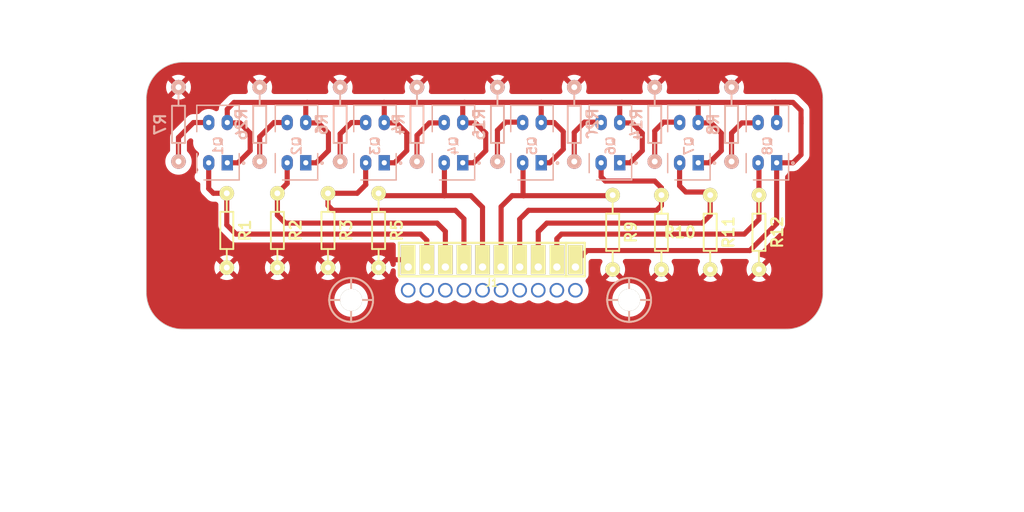
<source format=kicad_pcb>
(kicad_pcb (version 20240108) (generator "pcbnew") (generator_version "8.0")
  (layers (0 "F.Cu" signal) (31 "B.Cu" signal) (34 "B.Paste" user) (35 "F.Paste" user) (36 "B.SilkS" user "B.Silkscreen") (37 "F.SilkS" user "F.Silkscreen") (38 "B.Mask" user) (39 "F.Mask" user) (44 "Edge.Cuts" user))
  (net 0 "")
  (net 1 "/CH_5")
  (net 2 "/CH_2")
  (net 3 "VCC")
  (net 4 "/CH_7")
  (net 5 "GND")
  (net 6 "/CH_4")
  (net 7 "Net-(Q2-K)")
  (net 8 "Net-(Q3-K)")
  (net 9 "/CH_1")
  (net 10 "Net-(Q8-K)")
  (net 11 "/CH_6")
  (net 12 "/CH_0")
  (net 13 "/CH_3")
  (net 14 "Net-(Q5-K)")
  (net 15 "Net-(Q6-K)")
  (net 16 "Net-(Q1-K)")
  (net 17 "Net-(Q7-K)")
  (net 18 "Net-(Q4-K)")
  (footprint "MacroLib:RES0.3" (layer "F.Cu") (at 165.416666 106.75 -90)
    (property "Reference" "R10" (at 0 -2.5 180) (layer "F.SilkS") (effects (font (size 1.5 1.5) (thickness 0.3))))
    (property "Value" "R" (hide yes))
    (fp_line (start -2.54 0.889) (end 2.54 0.889) (stroke (width 0.254)) (layer "F.SilkS"))
    (fp_line (start 2.54 0.889) (end 2.54 -0.889) (stroke (width 0.254)) (layer "F.SilkS"))
    (fp_line (start -2.54 0) (end -4.191 0) (stroke (width 0.254)) (layer "F.SilkS"))
    (fp_line (start 2.54 0) (end 4.191 0) (stroke (width 0.254)) (layer "F.SilkS"))
    (fp_line (start -2.54 -0.889) (end -2.54 0.889) (stroke (width 0.254)) (layer "F.SilkS"))
    (fp_line (start 2.54 -0.889) (end -2.54 -0.889) (stroke (width 0.254)) (layer "F.SilkS"))
    (pad "1" thru_hole circle (at -5.08 0 270) (size 1.99898 1.99898) (drill 0.8001) (layers "*.Cu" "*.Mask" "F.SilkS") (net 1 "/CH_5"))
    (pad "2" thru_hole circle (at 5.08 0 270) (size 1.99898 1.99898) (drill 0.8001) (layers "*.Cu" "*.Mask" "F.SilkS") (net 5 "GND"))
  )
  (footprint "MacroLib:RES0.3" (layer "F.Cu") (at 112.916666 106.5 -90)
    (property "Reference" "R2" (at 0 -2.5 90) (layer "F.SilkS") (effects (font (size 1.5 1.5) (thickness 0.3))))
    (property "Value" "R" (hide yes))
    (fp_line (start -2.54 0.889) (end 2.54 0.889) (stroke (width 0.254)) (layer "F.SilkS"))
    (fp_line (start 2.54 0.889) (end 2.54 -0.889) (stroke (width 0.254)) (layer "F.SilkS"))
    (fp_line (start -2.54 0) (end -4.191 0) (stroke (width 0.254)) (layer "F.SilkS"))
    (fp_line (start 2.54 0) (end 4.191 0) (stroke (width 0.254)) (layer "F.SilkS"))
    (fp_line (start -2.54 -0.889) (end -2.54 0.889) (stroke (width 0.254)) (layer "F.SilkS"))
    (fp_line (start 2.54 -0.889) (end -2.54 -0.889) (stroke (width 0.254)) (layer "F.SilkS"))
    (pad "1" thru_hole circle (at -5.08 0 270) (size 1.99898 1.99898) (drill 0.8001) (layers "*.Cu" "*.Mask" "F.SilkS") (net 9 "/CH_1"))
    (pad "2" thru_hole circle (at 5.08 0 270) (size 1.99898 1.99898) (drill 0.8001) (layers "*.Cu" "*.Mask" "F.SilkS") (net 5 "GND"))
  )
  (footprint "MacroLib:Pin_Header_Wire_10" (layer "F.Cu") (at 142.23 111.5 180)
    (property "Reference" "J1" (at 0 -2.159 180) (layer "F.SilkS") (effects (font (size 1.016 1.016) (thickness 0.2032))))
    (property "Value" "CONN_01X10" (hide yes))
    (fp_line (start 12.7 3.3) (end -12.7 3.3) (stroke (width 0.3048)) (layer "F.SilkS"))
    (fp_line (start 12.7 -1.27) (end 12.7 3.3) (stroke (width 0.3048)) (layer "F.SilkS"))
    (fp_line (start -10.16 -1.27) (end -10.16 3.3) (stroke (width 0.3048)) (layer "F.SilkS"))
    (fp_line (start -12.7 -1.27) (end 12.7 -1.27) (stroke (width 0.3048)) (layer "F.SilkS"))
    (fp_line (start -12.7 -1.27) (end -12.7 3.3) (stroke (width 0.3048)) (layer "F.SilkS"))
    (pad "" thru_hole circle (at -11.43 -3.175 180) (size 2 2) (drill 1.5) (layers "*.Cu" "*.Mask"))
    (pad "" thru_hole circle (at -8.89 -3.175 180) (size 2 2) (drill 1.5) (layers "*.Cu" "*.Mask"))
    (pad "" thru_hole circle (at -6.35 -3.175 180) (size 2 2) (drill 1.5) (layers "*.Cu" "*.Mask"))
    (pad "" thru_hole circle (at -3.81 -3.175 180) (size 2 2) (drill 1.5) (layers "*.Cu" "*.Mask"))
    (pad "" thru_hole circle (at -1.27 -3.175 180) (size 2 2) (drill 1.5) (layers "*.Cu" "*.Mask"))
    (pad "" thru_hole circle (at 1.27 -3.175 180) (size 2 2) (drill 1.5) (layers "*.Cu" "*.Mask"))
    (pad "" thru_hole circle (at 3.81 -3.175 180) (size 2 2) (drill 1.5) (layers "*.Cu" "*.Mask"))
    (pad "" thru_hole circle (at 6.35 -3.175 180) (size 2 2) (drill 1.5) (layers "*.Cu" "*.Mask"))
    (pad "" thru_hole circle (at 8.89 -3.175 180) (size 2 2) (drill 1.5) (layers "*.Cu" "*.Mask"))
    (pad "" thru_hole circle (at 11.43 -3.175 180) (size 2 2) (drill 1.5) (layers "*.Cu" "*.Mask"))
    (pad "1" thru_hole rect (at -11.43 0 180) (size 2 4) (drill 1 (offset 0 1)) (layers "*.Cu" "F.SilkS") (net 3 "VCC"))
    (pad "2" thru_hole rect (at -8.89 0 180) (size 2 4) (drill 1 (offset 0 1)) (layers "*.Cu" "F.SilkS") (net 4 "/CH_7"))
    (pad "3" thru_hole rect (at -6.35 0 180) (size 2 4) (drill 1 (offset 0 1)) (layers "*.Cu" "F.SilkS") (net 11 "/CH_6"))
    (pad "4" thru_hole rect (at -3.81 0 180) (size 2 4) (drill 1 (offset 0 1)) (layers "*.Cu" "F.SilkS") (net 1 "/CH_5"))
    (pad "5" thru_hole rect (at -1.27 0 180) (size 2 4) (drill 1 (offset 0 1)) (layers "*.Cu" "F.SilkS") (net 6 "/CH_4"))
    (pad "6" thru_hole rect (at 1.27 0 180) (size 2 4) (drill 1 (offset 0 1)) (layers "*.Cu" "F.SilkS") (net 13 "/CH_3"))
    (pad "7" thru_hole rect (at 3.81 0 180) (size 2 4) (drill 1 (offset 0 1)) (layers "*.Cu" "F.SilkS") (net 2 "/CH_2"))
    (pad "8" thru_hole rect (at 6.35 0 180) (size 2 4) (drill 1 (offset 0 1)) (layers "*.Cu" "F.SilkS") (net 9 "/CH_1"))
    (pad "9" thru_hole rect (at 8.89 0 180) (size 2 4) (drill 1 (offset 0 1)) (layers "*.Cu" "F.SilkS") (net 12 "/CH_0"))
    (pad "10" thru_hole rect (at 11.43 0 180) (size 2 4) (drill 1 (offset 0 1)) (layers "*.Cu" "F.SilkS") (net 5 "GND"))
  )
  (footprint "MacroLib:RES0.3" (layer "F.Cu") (at 172.083332 106.75 -90)
    (property "Reference" "R11" (at 0 -2.5 90) (layer "F.SilkS") (effects (font (size 1.5 1.5) (thickness 0.3))))
    (property "Value" "R" (hide yes))
    (fp_line (start -2.54 0.889) (end 2.54 0.889) (stroke (width 0.254)) (layer "F.SilkS"))
    (fp_line (start 2.54 0.889) (end 2.54 -0.889) (stroke (width 0.254)) (layer "F.SilkS"))
    (fp_line (start -2.54 0) (end -4.191 0) (stroke (width 0.254)) (layer "F.SilkS"))
    (fp_line (start 2.54 0) (end 4.191 0) (stroke (width 0.254)) (layer "F.SilkS"))
    (fp_line (start -2.54 -0.889) (end -2.54 0.889) (stroke (width 0.254)) (layer "F.SilkS"))
    (fp_line (start 2.54 -0.889) (end -2.54 -0.889) (stroke (width 0.254)) (layer "F.SilkS"))
    (pad "1" thru_hole circle (at -5.08 0 270) (size 1.99898 1.99898) (drill 0.8001) (layers "*.Cu" "*.Mask" "F.SilkS") (net 11 "/CH_6"))
    (pad "2" thru_hole circle (at 5.08 0 270) (size 1.99898 1.99898) (drill 0.8001) (layers "*.Cu" "*.Mask" "F.SilkS") (net 5 "GND"))
  )
  (footprint "MacroLib:RES0.3" (layer "F.Cu") (at 119.833332 106.5 -90)
    (property "Reference" "R3" (at 0 -2.5 90) (layer "F.SilkS") (effects (font (size 1.5 1.5) (thickness 0.3))))
    (property "Value" "R" (hide yes))
    (fp_line (start -2.54 0.889) (end 2.54 0.889) (stroke (width 0.254)) (layer "F.SilkS"))
    (fp_line (start 2.54 0.889) (end 2.54 -0.889) (stroke (width 0.254)) (layer "F.SilkS"))
    (fp_line (start -2.54 0) (end -4.191 0) (stroke (width 0.254)) (layer "F.SilkS"))
    (fp_line (start 2.54 0) (end 4.191 0) (stroke (width 0.254)) (layer "F.SilkS"))
    (fp_line (start -2.54 -0.889) (end -2.54 0.889) (stroke (width 0.254)) (layer "F.SilkS"))
    (fp_line (start 2.54 -0.889) (end -2.54 -0.889) (stroke (width 0.254)) (layer "F.SilkS"))
    (pad "1" thru_hole circle (at -5.08 0 270) (size 1.99898 1.99898) (drill 0.8001) (layers "*.Cu" "*.Mask" "F.SilkS") (net 2 "/CH_2"))
    (pad "2" thru_hole circle (at 5.08 0 270) (size 1.99898 1.99898) (drill 0.8001) (layers "*.Cu" "*.Mask" "F.SilkS") (net 5 "GND"))
  )
  (footprint "MacroLib:RES0.3" (layer "F.Cu") (at 158.75 106.75 -90)
    (property "Reference" "R9" (at 0 -2.5 90) (layer "F.SilkS") (effects (font (size 1.5 1.5) (thickness 0.3))))
    (property "Value" "R" (hide yes))
    (fp_line (start -2.54 0.889) (end 2.54 0.889) (stroke (width 0.254)) (layer "F.SilkS"))
    (fp_line (start 2.54 0.889) (end 2.54 -0.889) (stroke (width 0.254)) (layer "F.SilkS"))
    (fp_line (start -2.54 0) (end -4.191 0) (stroke (width 0.254)) (layer "F.SilkS"))
    (fp_line (start 2.54 0) (end 4.191 0) (stroke (width 0.254)) (layer "F.SilkS"))
    (fp_line (start -2.54 -0.889) (end -2.54 0.889) (stroke (width 0.254)) (layer "F.SilkS"))
    (fp_line (start 2.54 -0.889) (end -2.54 -0.889) (stroke (width 0.254)) (layer "F.SilkS"))
    (pad "1" thru_hole circle (at -5.08 0 270) (size 1.99898 1.99898) (drill 0.8001) (layers "*.Cu" "*.Mask" "F.SilkS") (net 6 "/CH_4"))
    (pad "2" thru_hole circle (at 5.08 0 270) (size 1.99898 1.99898) (drill 0.8001) (layers "*.Cu" "*.Mask" "F.SilkS") (net 5 "GND"))
  )
  (footprint "MacroLib:RES0.3" (layer "F.Cu") (at 178.75 106.75 -90)
    (property "Reference" "R12" (at 0 -2.5 90) (layer "F.SilkS") (effects (font (size 1.5 1.5) (thickness 0.3))))
    (property "Value" "R" (hide yes))
    (fp_line (start -2.54 0.889) (end 2.54 0.889) (stroke (width 0.254)) (layer "F.SilkS"))
    (fp_line (start 2.54 0.889) (end 2.54 -0.889) (stroke (width 0.254)) (layer "F.SilkS"))
    (fp_line (start -2.54 0) (end -4.191 0) (stroke (width 0.254)) (layer "F.SilkS"))
    (fp_line (start 2.54 0) (end 4.191 0) (stroke (width 0.254)) (layer "F.SilkS"))
    (fp_line (start -2.54 -0.889) (end -2.54 0.889) (stroke (width 0.254)) (layer "F.SilkS"))
    (fp_line (start 2.54 -0.889) (end -2.54 -0.889) (stroke (width 0.254)) (layer "F.SilkS"))
    (pad "1" thru_hole circle (at -5.08 0 270) (size 1.99898 1.99898) (drill 0.8001) (layers "*.Cu" "*.Mask" "F.SilkS") (net 4 "/CH_7"))
    (pad "2" thru_hole circle (at 5.08 0 270) (size 1.99898 1.99898) (drill 0.8001) (layers "*.Cu" "*.Mask" "F.SilkS") (net 5 "GND"))
  )
  (footprint "MacroLib:RES0.3" (layer "F.Cu") (at 106 106.5 -90)
    (property "Reference" "R1" (at 0 -2.5 90) (layer "F.SilkS") (effects (font (size 1.5 1.5) (thickness 0.3))))
    (property "Value" "R" (hide yes))
    (fp_line (start -2.54 0.889) (end 2.54 0.889) (stroke (width 0.254)) (layer "F.SilkS"))
    (fp_line (start 2.54 0.889) (end 2.54 -0.889) (stroke (width 0.254)) (layer "F.SilkS"))
    (fp_line (start -2.54 0) (end -4.191 0) (stroke (width 0.254)) (layer "F.SilkS"))
    (fp_line (start 2.54 0) (end 4.191 0) (stroke (width 0.254)) (layer "F.SilkS"))
    (fp_line (start -2.54 -0.889) (end -2.54 0.889) (stroke (width 0.254)) (layer "F.SilkS"))
    (fp_line (start 2.54 -0.889) (end -2.54 -0.889) (stroke (width 0.254)) (layer "F.SilkS"))
    (pad "1" thru_hole circle (at -5.08 0 270) (size 1.99898 1.99898) (drill 0.8001) (layers "*.Cu" "*.Mask" "F.SilkS") (net 12 "/CH_0"))
    (pad "2" thru_hole circle (at 5.08 0 270) (size 1.99898 1.99898) (drill 0.8001) (layers "*.Cu" "*.Mask" "F.SilkS") (net 5 "GND"))
  )
  (footprint "EESTN5:Tornillo_M3_8mm" (layer "F.Cu") (at 161 116)
    (property "Reference" "J2" (hide yes))
    (property "Value" "Cable_PAD" (hide yes))
    (fp_line (start -3 0) (end 3 0) (stroke (width 0.254)) (layer "B.SilkS"))
    (fp_line (start 0 -3) (end 0 3) (stroke (width 0.254)) (layer "B.SilkS"))
    (fp_circle (center 0 0) (end 3 0) (stroke (width 0.254)) (fill none) (layer "B.SilkS"))
    (fp_line (start -3 0) (end 3 0) (stroke (width 0.254)) (layer "F.SilkS"))
    (fp_line (start 0 -3) (end 0 3) (stroke (width 0.254)) (layer "F.SilkS"))
    (fp_circle (center 0 0) (end 3 0) (stroke (width 0.254)) (fill none) (layer "F.SilkS"))
    (pad "1" thru_hole circle (at 0 0) (size 3 3) (drill 3) (layers "*.Cu" "F.SilkS"))
  )
  (footprint "MacroLib:RES0.3" (layer "F.Cu") (at 126.75 106.5 -90)
    (property "Reference" "R5" (at 0 -2.5 90) (layer "F.SilkS") (effects (font (size 1.5 1.5) (thickness 0.3))))
    (property "Value" "R" (hide yes))
    (fp_line (start -2.54 0.889) (end 2.54 0.889) (stroke (width 0.254)) (layer "F.SilkS"))
    (fp_line (start 2.54 0.889) (end 2.54 -0.889) (stroke (width 0.254)) (layer "F.SilkS"))
    (fp_line (start -2.54 0) (end -4.191 0) (stroke (width 0.254)) (layer "F.SilkS"))
    (fp_line (start 2.54 0) (end 4.191 0) (stroke (width 0.254)) (layer "F.SilkS"))
    (fp_line (start -2.54 -0.889) (end -2.54 0.889) (stroke (width 0.254)) (layer "F.SilkS"))
    (fp_line (start 2.54 -0.889) (end -2.54 -0.889) (stroke (width 0.254)) (layer "F.SilkS"))
    (pad "1" thru_hole circle (at -5.08 0 270) (size 1.99898 1.99898) (drill 0.8001) (layers "*.Cu" "*.Mask" "F.SilkS") (net 13 "/CH_3"))
    (pad "2" thru_hole circle (at 5.08 0 270) (size 1.99898 1.99898) (drill 0.8001) (layers "*.Cu" "*.Mask" "F.SilkS") (net 5 "GND"))
  )
  (footprint "EESTN5:Tornillo_M3_8mm" (layer "F.Cu") (at 123 116)
    (property "Reference" "J3" (hide yes))
    (property "Value" "Cable_PAD" (hide yes))
    (fp_line (start -3 0) (end 3 0) (stroke (width 0.254)) (layer "B.SilkS"))
    (fp_line (start 0 -3) (end 0 3) (stroke (width 0.254)) (layer "B.SilkS"))
    (fp_circle (center 0 0) (end 3 0) (stroke (width 0.254)) (fill none) (layer "B.SilkS"))
    (fp_line (start -3 0) (end 3 0) (stroke (width 0.254)) (layer "F.SilkS"))
    (fp_line (start 0 -3) (end 0 3) (stroke (width 0.254)) (layer "F.SilkS"))
    (fp_circle (center 0 0) (end 3 0) (stroke (width 0.254)) (fill none) (layer "F.SilkS"))
    (pad "1" thru_hole circle (at 0 0) (size 3 3) (drill 3) (layers "*.Cu" "F.SilkS"))
  )
  (footprint "MacroLib:TCRT5000L" (layer "B.Cu") (at 179.9 94.5 90)
    (property "Reference" "Q8" (at -0.432 0.015 90) (layer "B.SilkS") (effects (font (size 1.27 1.27) (thickness 0.254)) (justify mirror)))
    (property "Value" "TCRT5000" (hide yes))
    (fp_line (start 1.5 -2.9) (end 5.1 -2.9) (stroke (width 0.2)) (layer "B.SilkS"))
    (fp_line (start -4.1 -2.9) (end -1.5 -2.9) (stroke (width 0.2)) (layer "B.SilkS"))
    (fp_line (start -5.1 -1.9) (end -5.1 2.9) (stroke (width 0.2)) (layer "B.SilkS"))
    (fp_line (start 5.1 2.9) (end 5.1 -2.9) (stroke (width 0.2)) (layer "B.SilkS"))
    (fp_line (start 1.5 2.9) (end 5.1 2.9) (stroke (width 0.2)) (layer "B.SilkS"))
    (fp_line (start -1.5 2.9) (end -5.1 2.9) (stroke (width 0.2)) (layer "B.SilkS"))
    (fp_circle (center -2.79 3.492) (end -2.79 3.434) (stroke (width 0.2)) (fill none) (layer "B.SilkS"))
    (pad "" np_thru_hole circle (at -4.65 -2.45 90) (size 1 1) (drill 1) (layers "*.Cu" "*.Mask"))
    (pad "" np_thru_hole circle (at 0 -1.9 90) (size 2.5 2.5) (drill 2.5) (layers "*.Cu" "*.Mask"))
    (pad "" np_thru_hole circle (at 0 1.9 90) (size 2.5 2.5) (drill 2.5) (layers "*.Cu" "*.Mask"))
    (pad "1" thru_hole rect (at -2.75 1.27 90) (size 2.1 1.55) (drill 0.7) (layers "*.Cu" "*.Mask") (net 3 "VCC"))
    (pad "2" thru_hole oval (at -2.75 -1.27 90) (size 2.1 1.55) (drill 0.7) (layers "*.Cu" "*.Mask") (net 4 "/CH_7"))
    (pad "3" thru_hole oval (at 2.75 -1.27 90) (size 2.1 1.55) (drill 0.7) (layers "*.Cu" "*.Mask") (net 10 "Net-(Q8-K)"))
    (pad "4" thru_hole oval (at 2.75 1.27 90) (size 2.1 1.55) (drill 0.7) (layers "*.Cu" "*.Mask") (net 3 "VCC"))
  )
  (footprint "MacroLib:TCRT5000L" (layer "B.Cu") (at 126.257142 94.5 90)
    (property "Reference" "Q3" (at -0.432 0.015 90) (layer "B.SilkS") (effects (font (size 1.27 1.27) (thickness 0.254)) (justify mirror)))
    (property "Value" "TCRT5000" (hide yes))
    (fp_line (start 1.5 -2.9) (end 5.1 -2.9) (stroke (width 0.2)) (layer "B.SilkS"))
    (fp_line (start -4.1 -2.9) (end -1.5 -2.9) (stroke (width 0.2)) (layer "B.SilkS"))
    (fp_line (start -5.1 -1.9) (end -5.1 2.9) (stroke (width 0.2)) (layer "B.SilkS"))
    (fp_line (start 5.1 2.9) (end 5.1 -2.9) (stroke (width 0.2)) (layer "B.SilkS"))
    (fp_line (start 1.5 2.9) (end 5.1 2.9) (stroke (width 0.2)) (layer "B.SilkS"))
    (fp_line (start -1.5 2.9) (end -5.1 2.9) (stroke (width 0.2)) (layer "B.SilkS"))
    (fp_circle (center -2.79 3.492) (end -2.79 3.434) (stroke (width 0.2)) (fill none) (layer "B.SilkS"))
    (pad "" np_thru_hole circle (at -4.65 -2.45 90) (size 1 1) (drill 1) (layers "*.Cu" "*.Mask"))
    (pad "" np_thru_hole circle (at 0 -1.9 90) (size 2.5 2.5) (drill 2.5) (layers "*.Cu" "*.Mask"))
    (pad "" np_thru_hole circle (at 0 1.9 90) (size 2.5 2.5) (drill 2.5) (layers "*.Cu" "*.Mask"))
    (pad "1" thru_hole rect (at -2.75 1.27 90) (size 2.1 1.55) (drill 0.7) (layers "*.Cu" "*.Mask") (net 3 "VCC"))
    (pad "2" thru_hole oval (at -2.75 -1.27 90) (size 2.1 1.55) (drill 0.7) (layers "*.Cu" "*.Mask") (net 2 "/CH_2"))
    (pad "3" thru_hole oval (at 2.75 -1.27 90) (size 2.1 1.55) (drill 0.7) (layers "*.Cu" "*.Mask") (net 8 "Net-(Q3-K)"))
    (pad "4" thru_hole oval (at 2.75 1.27 90) (size 2.1 1.55) (drill 0.7) (layers "*.Cu" "*.Mask") (net 3 "VCC"))
  )
  (footprint "MacroLib:RES0.3" (layer "B.Cu") (at 110.5 92 -90)
    (property "Reference" "R26" (at 0 2.5 90) (layer "B.SilkS") (effects (font (size 1.5 1.5) (thickness 0.3)) (justify mirror)))
    (property "Value" "220" (hide yes))
    (fp_line (start -2.54 0.889) (end 2.54 0.889) (stroke (width 0.254)) (layer "B.SilkS"))
    (fp_line (start 2.54 0.889) (end 2.54 -0.889) (stroke (width 0.254)) (layer "B.SilkS"))
    (fp_line (start -4.191 0) (end -2.54 0) (stroke (width 0.254)) (layer "B.SilkS"))
    (fp_line (start 4.191 0) (end 2.54 0) (stroke (width 0.254)) (layer "B.SilkS"))
    (fp_line (start -2.54 -0.889) (end -2.54 0.889) (stroke (width 0.254)) (layer "B.SilkS"))
    (fp_line (start 2.54 -0.889) (end -2.54 -0.889) (stroke (width 0.254)) (layer "B.SilkS"))
    (pad "1" thru_hole circle (at -5.08 0 270) (size 1.99898 1.99898) (drill 0.8001) (layers "*.Cu" "*.Mask" "B.SilkS") (net 5 "GND"))
    (pad "2" thru_hole circle (at 5.08 0 270) (size 1.99898 1.99898) (drill 0.8001) (layers "*.Cu" "*.Mask" "B.SilkS") (net 7 "Net-(Q2-K)"))
  )
  (footprint "MacroLib:RES0.3" (layer "B.Cu") (at 164.5 92 -90)
    (property "Reference" "R14" (at 0 2.5 90) (layer "B.SilkS") (effects (font (size 1.5 1.5) (thickness 0.3)) (justify mirror)))
    (property "Value" "220" (hide yes))
    (fp_line (start -2.54 0.889) (end 2.54 0.889) (stroke (width 0.254)) (layer "B.SilkS"))
    (fp_line (start 2.54 0.889) (end 2.54 -0.889) (stroke (width 0.254)) (layer "B.SilkS"))
    (fp_line (start -4.191 0) (end -2.54 0) (stroke (width 0.254)) (layer "B.SilkS"))
    (fp_line (start 4.191 0) (end 2.54 0) (stroke (width 0.254)) (layer "B.SilkS"))
    (fp_line (start -2.54 -0.889) (end -2.54 0.889) (stroke (width 0.254)) (layer "B.SilkS"))
    (fp_line (start 2.54 -0.889) (end -2.54 -0.889) (stroke (width 0.254)) (layer "B.SilkS"))
    (pad "1" thru_hole circle (at -5.08 0 270) (size 1.99898 1.99898) (drill 0.8001) (layers "*.Cu" "*.Mask" "B.SilkS") (net 5 "GND"))
    (pad "2" thru_hole circle (at 5.08 0 270) (size 1.99898 1.99898) (drill 0.8001) (layers "*.Cu" "*.Mask" "B.SilkS") (net 17 "Net-(Q7-K)"))
  )
  (footprint "MacroLib:RES0.3" (layer "B.Cu") (at 99.4 92 -90)
    (property "Reference" "R7" (at 0 2.5 90) (layer "B.SilkS") (effects (font (size 1.5 1.5) (thickness 0.3)) (justify mirror)))
    (property "Value" "220" (hide yes))
    (fp_line (start -2.54 0.889) (end 2.54 0.889) (stroke (width 0.254)) (layer "B.SilkS"))
    (fp_line (start 2.54 0.889) (end 2.54 -0.889) (stroke (width 0.254)) (layer "B.SilkS"))
    (fp_line (start -4.191 0) (end -2.54 0) (stroke (width 0.254)) (layer "B.SilkS"))
    (fp_line (start 4.191 0) (end 2.54 0) (stroke (width 0.254)) (layer "B.SilkS"))
    (fp_line (start -2.54 -0.889) (end -2.54 0.889) (stroke (width 0.254)) (layer "B.SilkS"))
    (fp_line (start 2.54 -0.889) (end -2.54 -0.889) (stroke (width 0.254)) (layer "B.SilkS"))
    (pad "1" thru_hole circle (at -5.08 0 270) (size 1.99898 1.99898) (drill 0.8001) (layers "*.Cu" "*.Mask" "B.SilkS") (net 5 "GND"))
    (pad "2" thru_hole circle (at 5.08 0 270) (size 1.99898 1.99898) (drill 0.8001) (layers "*.Cu" "*.Mask" "B.SilkS") (net 16 "Net-(Q1-K)"))
  )
  (footprint "MacroLib:RES0.3" (layer "B.Cu") (at 143 92 -90)
    (property "Reference" "R15" (at 0 2.5 90) (layer "B.SilkS") (effects (font (size 1.5 1.5) (thickness 0.3)) (justify mirror)))
    (property "Value" "220" (hide yes))
    (fp_line (start -2.54 0.889) (end 2.54 0.889) (stroke (width 0.254)) (layer "B.SilkS"))
    (fp_line (start 2.54 0.889) (end 2.54 -0.889) (stroke (width 0.254)) (layer "B.SilkS"))
    (fp_line (start -4.191 0) (end -2.54 0) (stroke (width 0.254)) (layer "B.SilkS"))
    (fp_line (start 4.191 0) (end 2.54 0) (stroke (width 0.254)) (layer "B.SilkS"))
    (fp_line (start -2.54 -0.889) (end -2.54 0.889) (stroke (width 0.254)) (layer "B.SilkS"))
    (fp_line (start 2.54 -0.889) (end -2.54 -0.889) (stroke (width 0.254)) (layer "B.SilkS"))
    (pad "1" thru_hole circle (at -5.08 0 270) (size 1.99898 1.99898) (drill 0.8001) (layers "*.Cu" "*.Mask" "B.SilkS") (net 5 "GND"))
    (pad "2" thru_hole circle (at 5.08 0 270) (size 1.99898 1.99898) (drill 0.8001) (layers "*.Cu" "*.Mask" "B.SilkS") (net 14 "Net-(Q5-K)"))
  )
  (footprint "MacroLib:TCRT5000L" (layer "B.Cu") (at 136.985713 94.5 90)
    (property "Reference" "Q4" (at -0.432 0.015 90) (layer "B.SilkS") (effects (font (size 1.27 1.27) (thickness 0.254)) (justify mirror)))
    (property "Value" "TCRT5000" (hide yes))
    (fp_line (start 1.5 -2.9) (end 5.1 -2.9) (stroke (width 0.2)) (layer "B.SilkS"))
    (fp_line (start -4.1 -2.9) (end -1.5 -2.9) (stroke (width 0.2)) (layer "B.SilkS"))
    (fp_line (start -5.1 -1.9) (end -5.1 2.9) (stroke (width 0.2)) (layer "B.SilkS"))
    (fp_line (start 5.1 2.9) (end 5.1 -2.9) (stroke (width 0.2)) (layer "B.SilkS"))
    (fp_line (start 1.5 2.9) (end 5.1 2.9) (stroke (width 0.2)) (layer "B.SilkS"))
    (fp_line (start -1.5 2.9) (end -5.1 2.9) (stroke (width 0.2)) (layer "B.SilkS"))
    (fp_circle (center -2.79 3.492) (end -2.79 3.434) (stroke (width 0.2)) (fill none) (layer "B.SilkS"))
    (pad "" np_thru_hole circle (at -4.65 -2.45 90) (size 1 1) (drill 1) (layers "*.Cu" "*.Mask"))
    (pad "" np_thru_hole circle (at 0 -1.9 90) (size 2.5 2.5) (drill 2.5) (layers "*.Cu" "*.Mask"))
    (pad "" np_thru_hole circle (at 0 1.9 90) (size 2.5 2.5) (drill 2.5) (layers "*.Cu" "*.Mask"))
    (pad "1" thru_hole rect (at -2.75 1.27 90) (size 2.1 1.55) (drill 0.7) (layers "*.Cu" "*.Mask") (net 3 "VCC"))
    (pad "2" thru_hole oval (at -2.75 -1.27 90) (size 2.1 1.55) (drill 0.7) (layers "*.Cu" "*.Mask") (net 13 "/CH_3"))
    (pad "3" thru_hole oval (at 2.75 -1.27 90) (size 2.1 1.55) (drill 0.7) (layers "*.Cu" "*.Mask") (net 18 "Net-(Q4-K)"))
    (pad "4" thru_hole oval (at 2.75 1.27 90) (size 2.1 1.55) (drill 0.7) (layers "*.Cu" "*.Mask") (net 3 "VCC"))
  )
  (footprint "MacroLib:RES0.3" (layer "B.Cu") (at 121.5 92 -90)
    (property "Reference" "R6" (at 0 2.5 90) (layer "B.SilkS") (effects (font (size 1.5 1.5) (thickness 0.3)) (justify mirror)))
    (property "Value" "220" (hide yes))
    (fp_line (start -2.54 0.889) (end 2.54 0.889) (stroke (width 0.254)) (layer "B.SilkS"))
    (fp_line (start 2.54 0.889) (end 2.54 -0.889) (stroke (width 0.254)) (layer "B.SilkS"))
    (fp_line (start -4.191 0) (end -2.54 0) (stroke (width 0.254)) (layer "B.SilkS"))
    (fp_line (start 4.191 0) (end 2.54 0) (stroke (width 0.254)) (layer "B.SilkS"))
    (fp_line (start -2.54 -0.889) (end -2.54 0.889) (stroke (width 0.254)) (layer "B.SilkS"))
    (fp_line (start 2.54 -0.889) (end -2.54 -0.889) (stroke (width 0.254)) (layer "B.SilkS"))
    (pad "1" thru_hole circle (at -5.08 0 270) (size 1.99898 1.99898) (drill 0.8001) (layers "*.Cu" "*.Mask" "B.SilkS") (net 5 "GND"))
    (pad "2" thru_hole circle (at 5.08 0 270) (size 1.99898 1.99898) (drill 0.8001) (layers "*.Cu" "*.Mask" "B.SilkS") (net 8 "Net-(Q3-K)"))
  )
  (footprint "MacroLib:RES0.3" (layer "B.Cu") (at 175 92 -90)
    (property "Reference" "R8" (at 0 2.5 90) (layer "B.SilkS") (effects (font (size 1.5 1.5) (thickness 0.3)) (justify mirror)))
    (property "Value" "220" (hide yes))
    (fp_line (start -2.54 0.889) (end 2.54 0.889) (stroke (width 0.254)) (layer "B.SilkS"))
    (fp_line (start 2.54 0.889) (end 2.54 -0.889) (stroke (width 0.254)) (layer "B.SilkS"))
    (fp_line (start -4.191 0) (end -2.54 0) (stroke (width 0.254)) (layer "B.SilkS"))
    (fp_line (start 4.191 0) (end 2.54 0) (stroke (width 0.254)) (layer "B.SilkS"))
    (fp_line (start -2.54 -0.889) (end -2.54 0.889) (stroke (width 0.254)) (layer "B.SilkS"))
    (fp_line (start 2.54 -0.889) (end -2.54 -0.889) (stroke (width 0.254)) (layer "B.SilkS"))
    (pad "1" thru_hole circle (at -5.08 0 270) (size 1.99898 1.99898) (drill 0.8001) (layers "*.Cu" "*.Mask" "B.SilkS") (net 5 "GND"))
    (pad "2" thru_hole circle (at 5.08 0 270) (size 1.99898 1.99898) (drill 0.8001) (layers "*.Cu" "*.Mask" "B.SilkS") (net 10 "Net-(Q8-K)"))
  )
  (footprint "MacroLib:RES0.3" (layer "B.Cu") (at 153.5 92 90)
    (property "Reference" "R20" (at 0 2.5 -90) (layer "B.SilkS") (effects (font (size 1.5 1.5) (thickness 0.3)) (justify mirror)))
    (property "Value" "220" (hide yes))
    (fp_line (start 2.54 -0.889) (end -2.54 -0.889) (stroke (width 0.254)) (layer "B.SilkS"))
    (fp_line (start -2.54 -0.889) (end -2.54 0.889) (stroke (width 0.254)) (layer "B.SilkS"))
    (fp_line (start 4.191 0) (end 2.54 0) (stroke (width 0.254)) (layer "B.SilkS"))
    (fp_line (start -4.191 0) (end -2.54 0) (stroke (width 0.254)) (layer "B.SilkS"))
    (fp_line (start 2.54 0.889) (end 2.54 -0.889) (stroke (width 0.254)) (layer "B.SilkS"))
    (fp_line (start -2.54 0.889) (end 2.54 0.889) (stroke (width 0.254)) (layer "B.SilkS"))
    (pad "1" thru_hole circle (at -5.08 0 90) (size 1.99898 1.99898) (drill 0.8001) (layers "*.Cu" "*.Mask" "B.SilkS") (net 15 "Net-(Q6-K)"))
    (pad "2" thru_hole circle (at 5.08 0 90) (size 1.99898 1.99898) (drill 0.8001) (layers "*.Cu" "*.Mask" "B.SilkS") (net 5 "GND"))
  )
  (footprint "MacroLib:RES0.3" (layer "B.Cu") (at 132 92 -90)
    (property "Reference" "R4" (at 0 2.5 90) (layer "B.SilkS") (effects (font (size 1.5 1.5) (thickness 0.3)) (justify mirror)))
    (property "Value" "220" (hide yes))
    (fp_line (start -2.54 0.889) (end 2.54 0.889) (stroke (width 0.254)) (layer "B.SilkS"))
    (fp_line (start 2.54 0.889) (end 2.54 -0.889) (stroke (width 0.254)) (layer "B.SilkS"))
    (fp_line (start -4.191 0) (end -2.54 0) (stroke (width 0.254)) (layer "B.SilkS"))
    (fp_line (start 4.191 0) (end 2.54 0) (stroke (width 0.254)) (layer "B.SilkS"))
    (fp_line (start -2.54 -0.889) (end -2.54 0.889) (stroke (width 0.254)) (layer "B.SilkS"))
    (fp_line (start 2.54 -0.889) (end -2.54 -0.889) (stroke (width 0.254)) (layer "B.SilkS"))
    (pad "1" thru_hole circle (at -5.08 0 270) (size 1.99898 1.99898) (drill 0.8001) (layers "*.Cu" "*.Mask" "B.SilkS") (net 5 "GND"))
    (pad "2" thru_hole circle (at 5.08 0 270) (size 1.99898 1.99898) (drill 0.8001) (layers "*.Cu" "*.Mask" "B.SilkS") (net 18 "Net-(Q4-K)"))
  )
  (footprint "MacroLib:TCRT5000L" (layer "B.Cu") (at 169.171426 94.5 90)
    (property "Reference" "Q7" (at -0.432 0.015 90) (layer "B.SilkS") (effects (font (size 1.27 1.27) (thickness 0.254)) (justify mirror)))
    (property "Value" "TCRT5000" (hide yes))
    (fp_line (start 1.5 -2.9) (end 5.1 -2.9) (stroke (width 0.2)) (layer "B.SilkS"))
    (fp_line (start -4.1 -2.9) (end -1.5 -2.9) (stroke (width 0.2)) (layer "B.SilkS"))
    (fp_line (start -5.1 -1.9) (end -5.1 2.9) (stroke (width 0.2)) (layer "B.SilkS"))
    (fp_line (start 5.1 2.9) (end 5.1 -2.9) (stroke (width 0.2)) (layer "B.SilkS"))
    (fp_line (start 1.5 2.9) (end 5.1 2.9) (stroke (width 0.2)) (layer "B.SilkS"))
    (fp_line (start -1.5 2.9) (end -5.1 2.9) (stroke (width 0.2)) (layer "B.SilkS"))
    (fp_circle (center -2.79 3.492) (end -2.79 3.434) (stroke (width 0.2)) (fill none) (layer "B.SilkS"))
    (pad "" np_thru_hole circle (at -4.65 -2.45 90) (size 1 1) (drill 1) (layers "*.Cu" "*.Mask"))
    (pad "" np_thru_hole circle (at 0 -1.9 90) (size 2.5 2.5) (drill 2.5) (layers "*.Cu" "*.Mask"))
    (pad "" np_thru_hole circle (at 0 1.9 90) (size 2.5 2.5) (drill 2.5) (layers "*.Cu" "*.Mask"))
    (pad "1" thru_hole rect (at -2.75 1.27 90) (size 2.1 1.55) (drill 0.7) (layers "*.Cu" "*.Mask") (net 3 "VCC"))
    (pad "2" thru_hole oval (at -2.75 -1.27 90) (size 2.1 1.55) (drill 0.7) (layers "*.Cu" "*.Mask") (net 11 "/CH_6"))
    (pad "3" thru_hole oval (at 2.75 -1.27 90) (size 2.1 1.55) (drill 0.7) (layers "*.Cu" "*.Mask") (net 17 "Net-(Q7-K)"))
    (pad "4" thru_hole oval (at 2.75 1.27 90) (size 2.1 1.55) (drill 0.7) (layers "*.Cu" "*.Mask") (net 3 "VCC"))
  )
  (footprint "MacroLib:TCRT5000L" (layer "B.Cu") (at 158.442855 94.5 90)
    (property "Reference" "Q6" (at -0.432 0.015 90) (layer "B.SilkS") (effects (font (size 1.27 1.27) (thickness 0.254)) (justify mirror)))
    (property "Value" "TCRT5000" (hide yes))
    (fp_line (start 1.5 -2.9) (end 5.1 -2.9) (stroke (width 0.2)) (layer "B.SilkS"))
    (fp_line (start -4.1 -2.9) (end -1.5 -2.9) (stroke (width 0.2)) (layer "B.SilkS"))
    (fp_line (start -5.1 -1.9) (end -5.1 2.9) (stroke (width 0.2)) (layer "B.SilkS"))
    (fp_line (start 5.1 2.9) (end 5.1 -2.9) (stroke (width 0.2)) (layer "B.SilkS"))
    (fp_line (start 1.5 2.9) (end 5.1 2.9) (stroke (width 0.2)) (layer "B.SilkS"))
    (fp_line (start -1.5 2.9) (end -5.1 2.9) (stroke (width 0.2)) (layer "B.SilkS"))
    (fp_circle (center -2.79 3.492) (end -2.79 3.434) (stroke (width 0.2)) (fill none) (layer "B.SilkS"))
    (pad "" np_thru_hole circle (at -4.65 -2.45 90) (size 1 1) (drill 1) (layers "*.Cu" "*.Mask"))
    (pad "" np_thru_hole circle (at 0 -1.9 90) (size 2.5 2.5) (drill 2.5) (layers "*.Cu" "*.Mask"))
    (pad "" np_thru_hole circle (at 0 1.9 90) (size 2.5 2.5) (drill 2.5) (layers "*.Cu" "*.Mask"))
    (pad "1" thru_hole rect (at -2.75 1.27 90) (size 2.1 1.55) (drill 0.7) (layers "*.Cu" "*.Mask") (net 3 "VCC"))
    (pad "2" thru_hole oval (at -2.75 -1.27 90) (size 2.1 1.55) (drill 0.7) (layers "*.Cu" "*.Mask") (net 1 "/CH_5"))
    (pad "3" thru_hole oval (at 2.75 -1.27 90) (size 2.1 1.55) (drill 0.7) (layers "*.Cu" "*.Mask") (net 15 "Net-(Q6-K)"))
    (pad "4" thru_hole oval (at 2.75 1.27 90) (size 2.1 1.55) (drill 0.7) (layers "*.Cu" "*.Mask") (net 3 "VCC"))
  )
  (footprint "MacroLib:TCRT5000L" (layer "B.Cu") (at 147.714284 94.5 90)
    (property "Reference" "Q5" (at -0.432 0.015 90) (layer "B.SilkS") (effects (font (size 1.27 1.27) (thickness 0.254)) (justify mirror)))
    (property "Value" "TCRT5000" (hide yes))
    (fp_line (start 1.5 -2.9) (end 5.1 -2.9) (stroke (width 0.2)) (layer "B.SilkS"))
    (fp_line (start -4.1 -2.9) (end -1.5 -2.9) (stroke (width 0.2)) (layer "B.SilkS"))
    (fp_line (start -5.1 -1.9) (end -5.1 2.9) (stroke (width 0.2)) (layer "B.SilkS"))
    (fp_line (start 5.1 2.9) (end 5.1 -2.9) (stroke (width 0.2)) (layer "B.SilkS"))
    (fp_line (start 1.5 2.9) (end 5.1 2.9) (stroke (width 0.2)) (layer "B.SilkS"))
    (fp_line (start -1.5 2.9) (end -5.1 2.9) (stroke (width 0.2)) (layer "B.SilkS"))
    (fp_circle (center -2.79 3.492) (end -2.79 3.434) (stroke (width 0.2)) (fill none) (layer "B.SilkS"))
    (pad "" np_thru_hole circle (at -4.65 -2.45 90) (size 1 1) (drill 1) (layers "*.Cu" "*.Mask"))
    (pad "" np_thru_hole circle (at 0 -1.9 90) (size 2.5 2.5) (drill 2.5) (layers "*.Cu" "*.Mask"))
    (pad "" np_thru_hole circle (at 0 1.9 90) (size 2.5 2.5) (drill 2.5) (layers "*.Cu" "*.Mask"))
    (pad "1" thru_hole rect (at -2.75 1.27 90) (size 2.1 1.55) (drill 0.7) (layers "*.Cu" "*.Mask") (net 3 "VCC"))
    (pad "2" thru_hole oval (at -2.75 -1.27 90) (size 2.1 1.55) (drill 0.7) (layers "*.Cu" "*.Mask") (net 6 "/CH_4"))
    (pad "3" thru_hole oval (at 2.75 -1.27 90) (size 2.1 1.55) (drill 0.7) (layers "*.Cu" "*.Mask") (net 14 "Net-(Q5-K)"))
    (pad "4" thru_hole oval (at 2.75 1.27 90) (size 2.1 1.55) (drill 0.7) (layers "*.Cu" "*.Mask") (net 3 "VCC"))
  )
  (footprint "MacroLib:TCRT5000L" (layer "B.Cu") (at 104.8 94.5 90)
    (property "Reference" "Q1" (at -0.432 0.015 90) (layer "B.SilkS") (effects (font (size 1.27 1.27) (thickness 0.254)) (justify mirror)))
    (property "Value" "TCRT5000" (hide yes))
    (fp_line (start 1.5 -2.9) (end 5.1 -2.9) (stroke (width 0.2)) (layer "B.SilkS"))
    (fp_line (start -4.1 -2.9) (end -1.5 -2.9) (stroke (width 0.2)) (layer "B.SilkS"))
    (fp_line (start -5.1 -1.9) (end -5.1 2.9) (stroke (width 0.2)) (layer "B.SilkS"))
    (fp_line (start 5.1 2.9) (end 5.1 -2.9) (stroke (width 0.2)) (layer "B.SilkS"))
    (fp_line (start 1.5 2.9) (end 5.1 2.9) (stroke (width 0.2)) (layer "B.SilkS"))
    (fp_line (start -1.5 2.9) (end -5.1 2.9) (stroke (width 0.2)) (layer "B.SilkS"))
    (fp_circle (center -2.79 3.492) (end -2.79 3.434) (stroke (width 0.2)) (fill none) (layer "B.SilkS"))
    (pad "" np_thru_hole circle (at -4.65 -2.45 90) (size 1 1) (drill 1) (layers "*.Cu" "*.Mask"))
    (pad "" np_thru_hole circle (at 0 -1.9 90) (size 2.5 2.5) (drill 2.5) (layers "*.Cu" "*.Mask"))
    (pad "" np_thru_hole circle (at 0 1.9 90) (size 2.5 2.5) (drill 2.5) (layers "*.Cu" "*.Mask"))
    (pad "1" thru_hole rect (at -2.75 1.27 90) (size 2.1 1.55) (drill 0.7) (layers "*.Cu" "*.Mask") (net 3 "VCC"))
    (pad "2" thru_hole oval (at -2.75 -1.27 90) (size 2.1 1.55) (drill 0.7) (layers "*.Cu" "*.Mask") (net 12 "/CH_0"))
    (pad "3" thru_hole oval (at 2.75 -1.27 90) (size 2.1 1.55) (drill 0.7) (layers "*.Cu" "*.Mask") (net 16 "Net-(Q1-K)"))
    (pad "4" thru_hole oval (at 2.75 1.27 90) (size 2.1 1.55) (drill 0.7) (layers "*.Cu" "*.Mask") (net 3 "VCC"))
  )
  (footprint "MacroLib:TCRT5000L" (layer "B.Cu") (at 115.528571 94.5 90)
    (property "Reference" "Q2" (at -0.432 0.015 90) (layer "B.SilkS") (effects (font (size 1.27 1.27) (thickness 0.254)) (justify mirror)))
    (property "Value" "TCRT5000" (hide yes))
    (fp_line (start 1.5 -2.9) (end 5.1 -2.9) (stroke (width 0.2)) (layer "B.SilkS"))
    (fp_line (start -4.1 -2.9) (end -1.5 -2.9) (stroke (width 0.2)) (layer "B.SilkS"))
    (fp_line (start -5.1 -1.9) (end -5.1 2.9) (stroke (width 0.2)) (layer "B.SilkS"))
    (fp_line (start 5.1 2.9) (end 5.1 -2.9) (stroke (width 0.2)) (layer "B.SilkS"))
    (fp_line (start 1.5 2.9) (end 5.1 2.9) (stroke (width 0.2)) (layer "B.SilkS"))
    (fp_line (start -1.5 2.9) (end -5.1 2.9) (stroke (width 0.2)) (layer "B.SilkS"))
    (fp_circle (center -2.79 3.492) (end -2.79 3.434) (stroke (width 0.2)) (fill none) (layer "B.SilkS"))
    (pad "" np_thru_hole circle (at -4.65 -2.45 90) (size 1 1) (drill 1) (layers "*.Cu" "*.Mask"))
    (pad "" np_thru_hole circle (at 0 -1.9 90) (size 2.5 2.5) (drill 2.5) (layers "*.Cu" "*.Mask"))
    (pad "" np_thru_hole circle (at 0 1.9 90) (size 2.5 2.5) (drill 2.5) (layers "*.Cu" "*.Mask"))
    (pad "1" thru_hole rect (at -2.75 1.27 90) (size 2.1 1.55) (drill 0.7) (layers "*.Cu" "*.Mask") (net 3 "VCC"))
    (pad "2" thru_hole oval (at -2.75 -1.27 90) (size 2.1 1.55) (drill 0.7) (layers "*.Cu" "*.Mask") (net 9 "/CH_1"))
    (pad "3" thru_hole oval (at 2.75 -1.27 90) (size 2.1 1.55) (drill 0.7) (layers "*.Cu" "*.Mask") (net 7 "Net-(Q2-K)"))
    (pad "4" thru_hole oval (at 2.75 1.27 90) (size 2.1 1.55) (drill 0.7) (layers "*.Cu" "*.Mask") (net 3 "VCC"))
  )
  (gr_arc (start 182.5 83.5) (mid 186.035534 84.964466) (end 187.5 88.5) (stroke (width 0.1)) (layer "Edge.Cuts"))
  (gr_line (start 95 88.5) (end 95 115) (stroke (width 0.1)) (layer "Edge.Cuts"))
  (gr_arc (start 95 88.5) (mid 96.464466 84.964466) (end 100 83.5) (stroke (width 0.1)) (layer "Edge.Cuts"))
  (gr_line (start 182.5 120) (end 100 120) (stroke (width 0.1)) (layer "Edge.Cuts"))
  (gr_arc (start 187.5 115) (mid 186.035534 118.535534) (end 182.5 120) (stroke (width 0.1)) (layer "Edge.Cuts"))
  (gr_line (start 187.5 115) (end 187.5 88.5) (stroke (width 0.1)) (layer "Edge.Cuts"))
  (gr_line (start 182.5 83.5) (end 100 83.5) (stroke (width 0.1)) (layer "Edge.Cuts"))
  (gr_arc (start 100 120) (mid 96.464466 118.535534) (end 95 115) (stroke (width 0.1)) (layer "Edge.Cuts"))
  (segment (start 157.2 97.277145) (end 157.172855 97.25) (width 0.7) (layer "F.Cu") (net 1))
  (segment (start 157.172855 99.172855) (end 157.75 99.75) (width 0.7) (layer "F.Cu") (net 1))
  (segment (start 164.5 99.75) (end 165.416666 100.666666) (width 0.7) (layer "F.Cu") (net 1))
  (segment (start 165.416666 101.67) (end 165.416666 103.083334) (width 0.7) (layer "F.Cu") (net 1))
  (segment (start 165.416666 100.666666) (end 165.416666 101.67) (width 0.7) (layer "F.Cu") (net 1))
  (segment (start 157.75 99.75) (end 164.5 99.75) (width 0.7) (layer "F.Cu") (net 1))
  (segment (start 147.25 103.75) (end 146.04 104.96) (width 0.7) (layer "F.Cu") (net 1))
  (segment (start 146.04 104.96) (end 146.04 111.5) (width 0.7) (layer "F.Cu") (net 1))
  (segment (start 165.416666 103.083334) (end 164.75 103.75) (width 0.7) (layer "F.Cu") (net 1))
  (segment (start 157.172855 97.25) (end 157.172855 99.172855) (width 0.7) (layer "F.Cu") (net 1))
  (segment (start 164.75 103.75) (end 147.25 103.75) (width 0.7) (layer "F.Cu") (net 1))
  (segment (start 123.83 101.42) (end 125 100.25) (width 0.7) (layer "F.Cu") (net 2))
  (segment (start 138.42 104.92) (end 138.42 111.5) (width 0.7) (layer "F.Cu") (net 2))
  (segment (start 119.833332 101.42) (end 119.833332 103.083332) (width 0.7) (layer "F.Cu") (net 2))
  (segment (start 125 100.25) (end 124.987142 100.237142) (width 0.7) (layer "F.Cu") (net 2))
  (segment (start 119.833332 103.083332) (end 120.5 103.75) (width 0.7) (layer "F.Cu") (net 2))
  (segment (start 137.25 103.75) (end 138.42 104.92) (width 0.7) (layer "F.Cu") (net 2))
  (segment (start 124.987142 100.237142) (end 124.987142 97.25) (width 0.7) (layer "F.Cu") (net 2))
  (segment (start 120.5 103.75) (end 137.25 103.75) (width 0.7) (layer "F.Cu") (net 2))
  (segment (start 119.833332 101.42) (end 123.83 101.42) (width 0.7) (layer "F.Cu") (net 2))
  (segment (start 128.95 97.25) (end 129.4 96.8) (width 0.7) (layer "F.Cu") (net 3))
  (segment (start 141.4 93.2) (end 140 91.8) (width 0.7) (layer "F.Cu") (net 3))
  (segment (start 181 89) (end 183.4 89) (width 0.7) (layer "F.Cu") (net 3))
  (segment (start 116.798571 91.75) (end 116.798571 89.201429) (width 0.7) (layer "F.Cu") (net 3))
  (segment (start 181.17 89.17) (end 181.17 91.75) (width 0.7) (layer "F.Cu") (net 3))
  (segment (start 149 89) (end 160 89) (width 0.7) (layer "F.Cu") (net 3))
  (segment (start 116.812855 97.25) (end 118.25 97.25) (width 0.7) (layer "F.Cu") (net 3))
  (segment (start 159.712855 89.287145) (end 160 89) (width 0.7) (layer "F.Cu") (net 3))
  (segment (start 148.984284 97.25) (end 150.15 97.25) (width 0.7) (layer "F.Cu") (net 3))
  (segment (start 119.9 93.2) (end 118.5 91.8) (width 0.7) (layer "F.Cu") (net 3))
  (segment (start 160 89) (end 170.5 89) (width 0.7) (layer "F.Cu") (net 3))
  (segment (start 118.5 91.8) (end 116.862855 91.8) (width 0.7) (layer "F.Cu") (net 3))
  (segment (start 181.17 97.25) (end 181.17 105.58) (width 0.7) (layer "F.Cu") (net 3))
  (segment (start 184.5 96.15) (end 183.4 97.25) (width 0.7) (layer "F.Cu") (net 3))
  (segment (start 170.562855 91.8) (end 170.512855 91.75) (width 0.7) (layer "F.Cu") (net 3))
  (segment (start 148.984284 89.015716) (end 149 89) (width 0.7) (layer "F.Cu") (net 3))
  (segment (start 141.4 95.6) (end 141.4 93.2) (width 0.7) (layer "F.Cu") (net 3))
  (segment (start 107.55 97.25) (end 109.2 95.6) (width 0.7) (layer "F.Cu") (net 3))
  (segment (start 184.5 91) (end 184.5 91.9) (width 0.7) (layer "F.Cu") (net 3))
  (segment (start 148.984284 91.75) (end 148.984284 89.015716) (width 0.7) (layer "F.Cu") (net 3))
  (segment (start 152 95.4) (end 152 93) (width 0.7) (layer "F.Cu") (net 3))
  (segment (start 107 89) (end 117 89) (width 0.7) (layer "F.Cu") (net 3))
  (segment (start 153.66 110.84) (end 153.66 111.5) (width 0.7) (layer "F.Cu") (net 3))
  (segment (start 150.75 91.75) (end 148.984284 91.75) (width 0.7) (layer "F.Cu") (net 3))
  (segment (start 181.17 105.58) (end 177.5 109.25) (width 0.7) (layer "F.Cu") (net 3))
  (segment (start 138.312855 97.25) (end 139.75 97.25) (width 0.7) (layer "F.Cu") (net 3))
  (segment (start 129.2 91.8) (end 127.562855 91.8) (width 0.7) (layer "F.Cu") (net 3))
  (segment (start 107.8 91.8) (end 106.162855 91.8) (width 0.7) (layer "F.Cu") (net 3))
  (segment (start 106.162855 91.8) (end 106.112855 91.75) (width 0.7) (layer "F.Cu") (net 3))
  (segment (start 183.4 97.25) (end 181.17 97.25) (width 0.7) (layer "F.Cu") (net 3))
  (segment (start 173.6 95.6) (end 173.6 93.2) (width 0.7) (layer "F.Cu") (net 3))
  (segment (start 171.95 97.25) (end 173.6 95.6) (width 0.7) (layer "F.Cu") (net 3))
  (segment (start 129.7 96.5) (end 130.6 95.6) (width 0.7) (layer "F.Cu") (net 3))
  (segment (start 173.6 93.2) (end 172.2 91.8) (width 0.7) (layer "F.Cu") (net 3))
  (segment (start 119.9 95.6) (end 119.9 93.2) (width 0.7) (layer "F.Cu") (net 3))
  (segment (start 127.562855 91.8) (end 127.512855 91.75) (width 0.7) (layer "F.Cu") (net 3))
  (segment (start 159.712855 91.75) (end 159.712855 89.287145) (width 0.7) (layer "F.Cu") (net 3))
  (segment (start 170.441426 89.058574) (end 170.5 89) (width 0.7) (layer "F.Cu") (net 3))
  (segment (start 184.5 91.9) (end 184.5 96.15) (width 0.7) (layer "F.Cu") (net 3))
  (segment (start 139.75 97.25) (end 141.4 95.6) (width 0.7) (layer "F.Cu") (net 3))
  (segment (start 170.441426 91.75) (end 170.441426 89.058574) (width 0.7) (layer "F.Cu") (net 3))
  (segment (start 183.4 89) (end 184.5 90.1) (width 0.7) (layer "F.Cu") (net 3))
  (segment (start 117 89) (end 127.5 89) (width 0.7) (layer "F.Cu") (net 3))
  (segment (start 106.07 91.75) (end 106.07 89.93) (width 0.7) (layer "F.Cu") (net 3))
  (segment (start 180.5 89) (end 181 89) (width 0.7) (layer "F.Cu") (net 3))
  (segment (start 177.5 109.25) (end 155.25 109.25) (width 0.7) (layer "F.Cu") (net 3))
  (segment (start 152 93) (end 150.75 91.75) (width 0.7) (layer "F.Cu") (net 3))
  (segment (start 109.2 95.6) (end 109.2 93.2) (width 0.7) (layer "F.Cu") (net 3))
  (segment (start 138.255713 89.244287) (end 138.5 89) (width 0.7) (layer "F.Cu") (net 3))
  (segment (start 138.362855 91.8) (end 138.312855 91.75) (width 0.7) (layer "F.Cu") (net 3))
  (segment (start 150.15 97.25) (end 152 95.4) (width 0.7) (layer "F.Cu") (net 3))
  (segment (start 170.512855 97.25) (end 171.95 97.25) (width 0.7) (layer "F.Cu") (net 3))
  (segment (start 116.862855 91.8) (end 116.812855 91.75) (width 0.7) (layer "F.Cu") (net 3))
  (segment (start 159.762855 91.8) (end 159.712855 91.75) (width 0.7) (layer "F.Cu") (net 3))
  (segment (start 159.712855 97.25) (end 161.15 97.25) (width 0.7) (layer "F.Cu") (net 3))
  (segment (start 183.2 89) (end 180.5 89) (width 0.7) (layer "F.Cu") (net 3))
  (segment (start 162.8 95.6) (end 162.8 93.2) (width 0.7) (layer "F.Cu") (net 3))
  (segment (start 127.5 89) (end 138.5 89) (width 0.7) (layer "F.Cu") (net 3))
  (segment (start 138.255713 91.75) (end 138.255713 89.244287) (width 0.7) (layer "F.Cu") (net 3))
  (segment (start 127.527142 91.75) (end 127.527142 89.027142) (width 0.7) (layer "F.Cu") (net 3))
  (segment (start 118.25 97.25) (end 119.9 95.6) (width 0.7) (layer "F.Cu") (net 3))
  (segment (start 127.527142 89.027142) (end 127.5 89) (width 0.7) (layer "F.Cu") (net 3))
  (segment (start 170.5 89) (end 180.5 89) (width 0.7) (layer "F.Cu") (net 3))
  (segment (start 155.25 109.25) (end 153.66 110.84) (width 0.7) (layer "F.Cu") (net 3))
  (segment (start 106.07 89.93) (end 107 89) (width 0.7) (layer "F.Cu") (net 3))
  (segment (start 109.2 93.2) (end 107.8 91.8) (width 0.7) (layer "F.Cu") (net 3))
  (segment (start 116.798571 89.201429) (end 117 89) (width 0.7) (layer "F.Cu") (net 3))
  (segment (start 161.15 97.25) (end 162.8 95.6) (width 0.7) (layer "F.Cu") (net 3))
  (segment (start 130.6 95.6) (end 130.6 93.2) (width 0.7) (layer "F.Cu") (net 3))
  (segment (start 162.8 93.2) (end 161.4 91.8) (width 0.7) (layer "F.Cu") (net 3))
  (segment (start 106.112855 97.25) (end 107.55 97.25) (width 0.7) (layer "F.Cu") (net 3))
  (segment (start 130.6 93.2) (end 129.2 91.8) (width 0.7) (layer "F.Cu") (net 3))
  (segment (start 172.2 91.8) (end 170.562855 91.8) (width 0.7) (layer "F.Cu") (net 3))
  (segment (start 184.5 91.9) (end 184.5 90.1) (width 0.7) (layer "F.Cu") (net 3))
  (segment (start 181 89) (end 181.17 89.17) (width 0.7) (layer "F.Cu") (net 3))
  (segment (start 161.4 91.8) (end 159.762855 91.8) (width 0.7) (layer "F.Cu") (net 3))
  (segment (start 138.5 89) (end 149 89) (width 0.7) (layer "F.Cu") (net 3))
  (segment (start 140 91.8) (end 138.362855 91.8) (width 0.7) (layer "F.Cu") (net 3))
  (segment (start 127.512855 97.25) (end 128.95 97.25) (width 0.7) (layer "F.Cu") (net 3))
  (segment (start 127.65 97.25) (end 127.527142 97.25) (width 0.7) (layer "F.Cu") (net 3))
  (segment (start 129.4 96.8) (end 129.7 96.5) (width 0.7) (layer "F.Cu") (net 3))
  (segment (start 151.75 107) (end 176.75 107) (width 0.7) (layer "F.Cu") (net 4))
  (segment (start 178.75 97.37) (end 178.63 97.25) (width 0.7) (layer "F.Cu") (net 4))
  (segment (start 151.12 107.63) (end 151.75 107) (width 0.7) (layer "F.Cu") (net 4))
  (segment (start 151.12 111.5) (end 151.12 107.63) (width 0.7) (layer "F.Cu") (net 4))
  (segment (start 178.75 101.67) (end 178.75 97.37) (width 0.7) (layer "F.Cu") (net 4))
  (segment (start 178.75 105) (end 178.75 101.67) (width 0.7) (layer "F.Cu") (net 4))
  (segment (start 176.75 107) (end 178.75 105) (width 0.7) (layer "F.Cu") (net 4))
  (segment (start 145 101.75) (end 143.5 103.25) (width 0.7) (layer "F.Cu") (net 6))
  (segment (start 143.5 103.25) (end 143.5 111.5) (width 0.7) (layer "F.Cu") (net 6))
  (segment (start 146.58 101.75) (end 146.5 101.67) (width 0.7) (layer "F.Cu") (net 6))
  (segment (start 146.444284 97.25) (end 146.5 97.305716) (width 0.7) (layer "F.Cu") (net 6))
  (segment (start 146.5 97.305716) (end 146.5 101.67) (width 0.7) (layer "F.Cu") (net 6))
  (segment (start 158.75 101.67) (end 158.67 101.75) (width 0.7) (layer "F.Cu") (net 6))
  (segment (start 158.67 101.75) (end 146.58 101.75) (width 0.7) (layer "F.Cu") (net 6))
  (segment (start 146.58 101.75) (end 145 101.75) (width 0.7) (layer "F.Cu") (net 6))
  (segment (start 110.5 93.7) (end 112.45 91.75) (width 0.7) (layer "F.Cu") (net 7))
  (segment (start 112.45 91.75) (end 114.258571 91.75) (width 0.7) (layer "F.Cu") (net 7))
  (segment (start 110.5 97.08) (end 110.5 93.7) (width 0.7) (layer "F.Cu") (net 7))
  (segment (start 121.5 97.08) (end 121.5 93.3) (width 0.7) (layer "F.Cu") (net 8))
  (segment (start 121.5 93.3) (end 123.05 91.75) (width 0.7) (layer "F.Cu") (net 8))
  (segment (start 123.05 91.75) (end 124.987142 91.75) (width 0.7) (layer "F.Cu") (net 8))
  (segment (start 135.88 106.63) (end 134.75 105.5) (width 0.7) (layer "F.Cu") (net 9))
  (segment (start 114.258571 100.078095) (end 112.916666 101.42) (width 0.7) (layer "F.Cu") (net 9))
  (segment (start 134.75 105.5) (end 114 105.5) (width 0.7) (layer "F.Cu") (net 9))
  (segment (start 114 105.5) (end 112.916666 104.416666) (width 0.7) (layer "F.Cu") (net 9))
  (segment (start 112.916666 104.416666) (end 112.916666 101.42) (width 0.7) (layer "F.Cu") (net 9))
  (segment (start 114.258571 97.25) (end 114.258571 100.078095) (width 0.7) (layer "F.Cu") (net 9))
  (segment (start 135.88 111.5) (end 135.88 106.63) (width 0.7) (layer "F.Cu") (net 9))
  (segment (start 178.58 91.8) (end 178.63 91.75) (width 0.7) (layer "F.Cu") (net 10))
  (segment (start 176.4 91.8) (end 178.58 91.8) (width 0.7) (layer "F.Cu") (net 10))
  (segment (start 175 93.2) (end 176.4 91.8) (width 0.7) (layer "F.Cu") (net 10))
  (segment (start 175 97.08) (end 175 93.2) (width 0.7) (layer "F.Cu") (net 10))
  (segment (start 172.083332 104.416668) (end 172.083332 101.67) (width 0.7) (layer "F.Cu") (net 11))
  (segment (start 148.58 106.67) (end 149.75 105.5) (width 0.7) (layer "F.Cu") (net 11))
  (segment (start 167.901426 100.401426) (end 168.75 101.25) (width 0.7) (layer "F.Cu") (net 11))
  (segment (start 168.75 101.25) (end 171.663332 101.25) (width 0.7) (layer "F.Cu") (net 11))
  (segment (start 171 105.5) (end 172.083332 104.416668) (width 0.7) (layer "F.Cu") (net 11))
  (segment (start 167.901426 97.25) (end 167.901426 100.401426) (width 0.7) (layer "F.Cu") (net 11))
  (segment (start 171.663332 101.25) (end 172.083332 101.67) (width 0.7) (layer "F.Cu") (net 11))
  (segment (start 148.58 111.5) (end 148.58 106.67) (width 0.7) (layer "F.Cu") (net 11))
  (segment (start 149.75 105.5) (end 171 105.5) (width 0.7) (layer "F.Cu") (net 11))
  (segment (start 106 101.42) (end 104.17 101.42) (width 0.7) (layer "F.Cu") (net 12))
  (segment (start 106 105.75) (end 106 101.42) (width 0.7) (layer "F.Cu") (net 12))
  (segment (start 133.34 111.5) (end 133.34 107.84) (width 0.7) (layer "F.Cu") (net 12))
  (segment (start 132.5 107) (end 107.25 107) (width 0.7) (layer "F.Cu") (net 12))
  (segment (start 107.25 107) (end 106 105.75) (width 0.7) (layer "F.Cu") (net 12))
  (segment (start 103.53 97.25) (end 103.53 100.78) (width 0.7) (layer "F.Cu") (net 12))
  (segment (start 133.34 107.84) (end 132.5 107) (width 0.7) (layer "F.Cu") (net 12))
  (segment (start 104.17 101.42) (end 103.53 100.78) (width 0.7) (layer "F.Cu") (net 12))
  (segment (start 139.375 101.75) (end 140.96 103.335) (width 0.7) (layer "F.Cu") (net 13))
  (segment (start 135.75 97.284287) (end 135.75 101.75) (width 0.7) (layer "F.Cu") (net 13))
  (segment (start 135.715713 97.25) (end 135.75 97.284287) (width 0.7) (layer "F.Cu") (net 13))
  (segment (start 140.96 103.335) (end 140.96 111.5) (width 0.7) (layer "F.Cu") (net 13))
  (segment (start 127.08 101.75) (end 135.75 101.75) (width 0.7) (layer "F.Cu") (net 13))
  (segment (start 126.75 101.42) (end 127.08 101.75) (width 0.7) (layer "F.Cu") (net 13))
  (segment (start 135.75 101.75) (end 139.375 101.75) (width 0.7) (layer "F.Cu") (net 13))
  (segment (start 143 92.8) (end 144.1 91.7) (width 0.7) (layer "F.Cu") (net 14))
  (segment (start 143 97.08) (end 143 92.8) (width 0.7) (layer "F.Cu") (net 14))
  (segment (start 144.1 91.7) (end 146.394284 91.7) (width 0.7) (layer "F.Cu") (net 14))
  (segment (start 146.394284 91.7) (end 146.444284 91.75) (width 0.7) (layer "F.Cu") (net 14))
  (segment (start 153.5 93.1) (end 154.9 91.7) (width 0.7) (layer "F.Cu") (net 15))
  (segment (start 157.122855 91.7) (end 157.172855 91.75) (width 0.7) (layer "F.Cu") (net 15))
  (segment (start 154.9 91.7) (end 157.122855 91.7) (width 0.7) (layer "F.Cu") (net 15))
  (segment (start 153.5 97.08) (end 153.5 93.1) (width 0.7) (layer "F.Cu") (net 15))
  (segment (start 101.45 91.75) (end 103.53 91.75) (width 0.7) (layer "F.Cu") (net 16))
  (segment (start 99.4 93.8) (end 101.45 91.75) (width 0.7) (layer "F.Cu") (net 16))
  (segment (start 99.4 97.08) (end 99.4 93.8) (width 0.7) (layer "F.Cu") (net 16))
  (segment (start 164.5 97.08) (end 164.5 92.9) (width 0.7) (layer "F.Cu") (net 17))
  (segment (start 167.851426 91.7) (end 167.901426 91.75) (width 0.7) (layer "F.Cu") (net 17))
  (segment (start 165.7 91.7) (end 167.851426 91.7) (width 0.7) (layer "F.Cu") (net 17))
  (segment (start 164.5 92.9) (end 165.7 91.7) (width 0.7) (layer "F.Cu") (net 17))
  (segment (start 133.7 91.8) (end 135.665713 91.8) (width 0.7) (layer "F.Cu") (net 18))
  (segment (start 135.665713 91.8) (end 135.715713 91.75) (width 0.7) (layer "F.Cu") (net 18))
  (segment (start 132 97.08) (end 132 93.5) (width 0.7) (layer "F.Cu") (net 18))
  (segment (start 132 93.5) (end 133.7 91.8) (width 0.7) (layer "F.Cu") (net 18))
  (zone (net 5) (net_name "GND") (layer "F.Cu") (connect_pads (clearance 0.8)) (min_thickness 0.7) (fill yes (thermal_gap 0.7) (thermal_bridge_width 0.7))
    (polygon (pts (xy 215 145) (xy 75 145) (xy 75 75) (xy 215 75)))
  )
)
</source>
